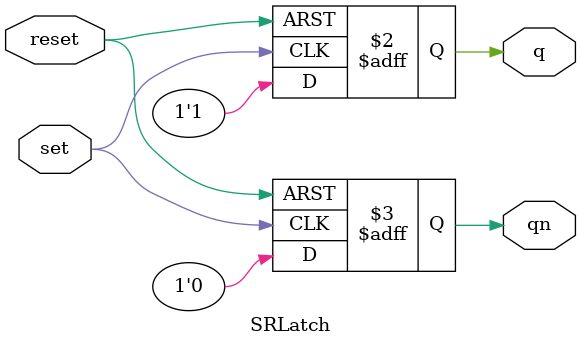
<source format=sv>
/***************************************************
*	File: 		SRLatch
*	Author: 		Thomas Snyder
*	Date:			2/5/2020
*	Description:Rudimentary SR Latch.
*
*	Parameters:
*				None
*	Dependencies:
*				None
*
***************************************************/
module SRLatch(input logic set,
					input logic reset,
					output logic q,
					output logic qn);
		
//		logic qstate;
		
		always_ff@(posedge set, posedge reset)
		begin
			if(reset)
			begin
				q <= 0;
				qn <= 1;
			end
			else if(set)
			begin
				q <= 1;
				qn <= 0;
			end
		end
					
					
					
endmodule

</source>
